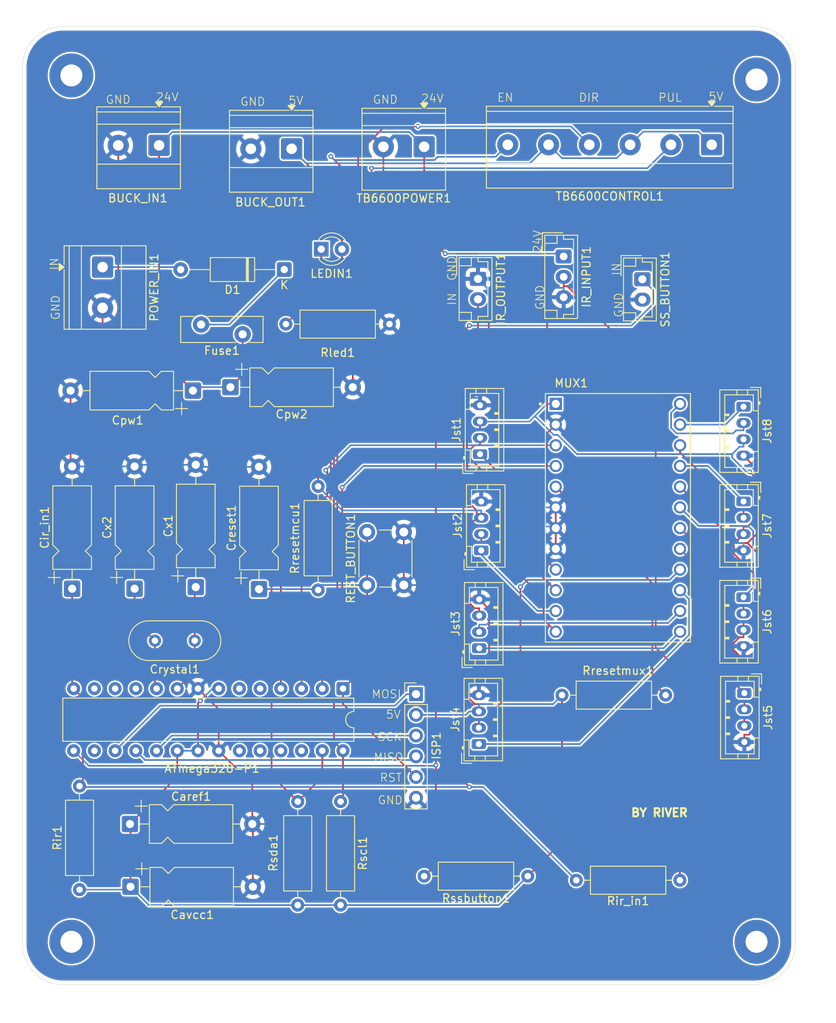
<source format=kicad_pcb>
(kicad_pcb (version 20241229) (generator "pcbnew") (generator_version "9.0")
  (layers (0 "F.Cu" signal) (2 "B.Cu" signal) (13 "F.Paste" user) (15 "B.Paste" user) (5 "F.SilkS" user "F.Silkscreen") (7 "B.SilkS" user "B.Silkscreen") (1 "F.Mask" user) (3 "B.Mask" user) (25 "Edge.Cuts" user))
  (net 0 "")
  (net 2 "GND")
  (net 4 "/24V")
  (net 5 "/5V")
  (net 6 "/IR_IN")
  (net 7 "/RST")
  (net 10 "/MOSI")
  (net 11 "/SCK")
  (net 12 "/MISO")
  (net 13 "/PUL")
  (net 14 "/DIR")
  (net 15 "/EN")
  (net 17 "/S{slash}S button")
  (net 18 "/SD1")
  (net 19 "/SC1")
  (net 20 "/SC2")
  (net 21 "/SD2")
  (net 22 "/SC3")
  (net 23 "/SD3")
  (net 24 "/SD4")
  (net 25 "/SC4")
  (net 26 "/SD5")
  (net 27 "/SC5")
  (net 28 "/SC6")
  (net 29 "/SD6")
  (net 30 "/SC7")
  (net 31 "/SD7")
  (net 32 "/SC0")
  (net 33 "/SD0")
  (net 34 "/SCL")
  (net 35 "/SDA")
  (net 38 "Net-(ATmega328-P1-XTAL1{slash}PB6)")
  (net 39 "Net-(ATmega328-P1-XTAL2{slash}PB7)")
  (net 43 "Net-(D1-K)")
  (net 44 "Net-(D1-A)")
  (net 45 "Net-(IR_INPUT1-Pin_2)")
  (net 46 "Net-(LEDIN1-K)")
  (net 47 "Net-(MUX1-RST)")
  (footprint "MountingHole:MountingHole_2.7mm_Pad" (layer "F.Cu") (at 114 150)
    (property "Reference" "H2" (hide yes))
    (property "Value" "MountingHole" (hide yes))
  )
  (footprint "MountingHole:MountingHole_2.7mm_Pad" (layer "F.Cu") (at 114 43.75)
    (property "Reference" "H4" (hide yes))
    (property "Value" "MountingHole" (hide yes))
  )
  (footprint "Capacitor_THT:CP_Axial_L10.0mm_D4.5mm_P15.00mm_Horizontal" (layer "F.Cu") (at 121.25 143.25)
    (property "Reference" "Cavcc1")
    (property "Value" "0.1uF" (hide yes))
  )
  (footprint "Capacitor_THT:CP_Axial_L10.0mm_D4.5mm_P15.00mm_Horizontal" (layer "F.Cu") (at 121.18 135.555)
    (property "Reference" "Caref1")
    (property "Value" "10nF" (hide yes))
  )
  (footprint "Resistor_THT:R_Axial_DIN0309_L9.0mm_D3.2mm_P12.70mm_Horizontal" (layer "F.Cu") (at 147 132.8 -90)
    (property "Reference" "Rscl1")
    (property "Value" "4.7KΩ" (hide yes))
  )
  (footprint "Resistor_THT:R_Axial_DIN0309_L9.0mm_D3.2mm_P12.70mm_Horizontal" (layer "F.Cu") (at 144.25 94.15 -90)
    (property "Reference" "Rresetmcu1")
    (property "Value" "10KΩ" (hide yes))
  )
  (footprint "Button_Switch_THT:SW_PUSH_6mm" (layer "F.Cu") (at 150.25 106.25 90)
    (property "Reference" "REST_BUTTON1")
    (property "Value" "RST_BTN" (hide yes))
  )
  (footprint "Fuse:Fuse_Bourns_MF-RG400" (layer "F.Cu") (at 129.9 74.3)
    (property "Reference" "Fuse1")
    (property "Value" "PTCFuse" (hide yes))
  )
  (footprint "Package_DIP:DIP-28_W7.62mm" (layer "F.Cu") (at 147.3 118.95 -90)
    (property "Reference" "ATmega328-P1")
    (property "Value" "ATmega328-P" (hide yes))
  )
  (footprint "MountingHole:MountingHole_2.7mm_Pad" (layer "F.Cu") (at 198 150)
    (property "Reference" "H1" (hide yes))
    (property "Value" "MountingHole" (hide yes))
  )
  (footprint "Connector_JST:JST_PH_B4B-PH-K_1x04_P2.00mm_Vertical" (layer "F.Cu") (at 196.5 119.5 -90)
    (property "Reference" "Jst5")
    (property "Value" "CH5")
  )
  (footprint "Capacitor_THT:CP_Axial_L10.0mm_D4.5mm_P15.00mm_Horizontal" (layer "F.Cu") (at 128.9 82.4075 180)
    (property "Reference" "Cpw1")
    (property "Value" "470uF" (hide yes))
  )
  (footprint "Diode_THT:D_A-405_P12.70mm_Horizontal" (layer "F.Cu") (at 140.1 67.5575 180)
    (property "Reference" "D1")
    (property "Value" "D1sch" (hide yes))
  )
  (footprint "TCA954A_Multiplexer:TCA954A_Multiplexer" (layer "F.Cu") (at 181 98)
    (property "Reference" "MUX1")
    (property "Value" "MUX")
  )
  (footprint "Capacitor_THT:CP_Axial_L10.0mm_D4.5mm_P15.00mm_Horizontal" (layer "F.Cu") (at 114.0925 106.7 90)
    (property "Reference" "Cir_in1")
    (property "Value" "10uF" (hide yes))
  )
  (footprint "Capacitor_THT:CP_Axial_L10.0mm_D4.5mm_P15.00mm_Horizontal" (layer "F.Cu") (at 137 106.75 90)
    (property "Reference" "Creset1")
    (property "Value" "0.1uF" (hide yes))
  )
  (footprint "Connector_JST:JST_PH_B4B-PH-K_1x04_P2.00mm_Vertical" (layer "F.Cu") (at 196.4 84.375 -90)
    (property "Reference" "Jst8")
    (property "Value" "CH8")
  )
  (footprint "TerminalBlock_Phoenix:TerminalBlock_Phoenix_MKDS-1,5-6_1x06_P5.00mm_Horizontal" (layer "F.Cu") (at 192.5 52.25 180)
    (property "Reference" "TB6600CONTROL1")
    (property "Value" "CONTROL" (hide yes))
  )
  (footprint "Resistor_THT:R_Axial_DIN0309_L9.0mm_D3.2mm_P12.70mm_Horizontal" (layer "F.Cu") (at 115 143.6 90)
    (property "Reference" "Rir1")
    (property "Value" "10KΩ" (hide yes))
  )
  (footprint "Connector_JST:JST_PH_B4B-PH-K_1x04_P2.00mm_Vertical" (layer "F.Cu") (at 196.4 107.75 -90)
    (property "Reference" "Jst6")
    (property "Value" "CH6")
  )
  (footprint "Crystal:Crystal_HC49-4H_Vertical" (layer "F.Cu") (at 129.12 113.07 180)
    (property "Reference" "Crystal1")
    (property "Value" "16MHz" (hide yes))
  )
  (footprint "Connector_JST:JST_PH_B4B-PH-K_1x04_P2.00mm_Vertical" (layer "F.Cu") (at 196.4 96 -90)
    (property "Reference" "Jst7")
    (property "Value" "CH7")
  )
  (footprint "Connector_JST:JST_EH_B2B-EH-A_1x02_P2.50mm_Vertical" (layer "F.Cu") (at 163.85 68.7 -90)
    (property "Reference" "IR_OUTPUT1")
    (property "Value" "IR_OUT" (hide yes))
  )
  (footprint "TerminalBlock_Phoenix:TerminalBlock_Phoenix_MKDS-1,5-2_1x02_P5.00mm_Horizontal" (layer "F.Cu") (at 141 52.75 180)
    (property "Reference" "BUCK_OUT1")
    (property "Value" "OUT5V" (hide yes))
  )
  (footprint "Connector_JST:JST_PH_B4B-PH-K_1x04_P2.00mm_Vertical" (layer "F.Cu") (at 164 114 90)
    (property "Reference" "Jst3")
    (property "Value" "CH3")
  )
  (footprint "Connector_JST:JST_EH_B3B-EH-A_1x03_P2.50mm_Vertical" (layer "F.Cu") (at 174.35 65.95 -90)
    (property "Reference" "IR_INPUT1")
    (property "Value" "IR_IN" (hide yes))
  )
  (footprint "TerminalBlock_Phoenix:TerminalBlock_Phoenix_MKDS-1,5-2_1x02_P5.00mm_Horizontal" (layer "F.Cu") (at 117.8275 67.2575 -90)
    (property "Reference" "POWER_IN1")
    (property "Value" "IN24V" (hide yes))
  )
  (footprint "Resistor_THT:R_Axial_DIN0309_L9.0mm_D3.2mm_P12.70mm_Horizontal" (layer "F.Cu") (at 169.95 141.95 180)
    (property "Reference" "Rssbutton1")
    (property "Value" "10KΩ" (hide yes))
  )
  (footprint "Connector_JST:JST_PH_B4B-PH-K_1x04_P2.00mm_Vertical" (layer "F.Cu") (at 164.1 90.2 90)
    (property "Reference" "Jst1")
    (property "Value" "CH1")
  )
  (footprint "Connector_JST:JST_EH_B2B-EH-A_1x02_P2.50mm_Vertical" (layer "F.Cu") (at 184 68.75 -90)
    (property "Reference" "SS_BUTTON1")
    (property "Value" "SS_B" (hide yes))
  )
  (footprint "TerminalBlock_Phoenix:TerminalBlock_Phoenix_MKDS-1,5-2_1x02_P5.00mm_Horizontal" (layer "F.Cu") (at 157.25 52.5 180)
    (property "Reference" "TB6600POWER1")
    (property "Value" "POWER24V" (hide yes))
  )
  (footprint "Resistor_THT:R_Axial_DIN0309_L9.0mm_D3.2mm_P12.70mm_Horizontal" (layer "F.Cu") (at 140.3 74.25)
    (property "Reference" "Rled1")
    (property "Value" "330Ω" (hide yes))
  )
  (footprint "Resistor_THT:R_Axial_DIN0309_L9.0mm_D3.2mm_P12.70mm_Horizontal" (layer "F.Cu") (at 174.15 119.75)
    (property "Reference" "Rresetmux1")
    (property "Value" "10KΩ" (hide yes))
  )
  (footprint "Resistor_THT:R_Axial_DIN0309_L9.0mm_D3.2mm_P12.70mm_Horizontal" (layer "F.Cu") (at 141.75 132.8 -90)
    (property "Reference" "Rsda1")
    (property "Value" "4.7KΩ" (hide yes))
  )
  (footprint "MountingHole:MountingHole_2.7mm_Pad" (layer "F.Cu") (at 198 44.25)
    (property "Reference" "H3" (hide yes))
    (property "Value" "MountingHole" (hide yes))
  )
  (footprint "Capacitor_THT:CP_Axial_L10.0mm_D4.5mm_P15.00mm_Horizontal" (layer "F.Cu") (at 129.25 106.5 90)
    (property "Reference" "Cx1")
    (property "Value" "22pF" (hide yes))
  )
  (footprint "Connector_JST:JST_PH_B4B-PH-K_1x04_P2.00mm_Vertical" (layer "F.Cu") (at 163.95 125.75 90)
    (property "Reference" "Jst4")
    (property "Value" "CH4")
  )
  (footprint "Connector_PinHeader_2.54mm:PinHeader_1x06_P2.54mm_Vertical" (layer "F.Cu") (at 156.25 119.63)
    (property "Reference" "ISP1")
    (property "Value" "ISP" (hide yes))
  )
  (footprint "Capacitor_THT:CP_Axial_L10.0mm_D4.5mm_P15.00mm_Horizontal" (layer "F.Cu") (at 133.5 81.9925)
    (property "Reference" "Cpw2")
    (property "Value" "0.1uF" (hide yes))
  )
  (footprint "Capacitor_THT:CP_Axial_L10.0mm_D4.5mm_P15.00mm_Horizontal" (layer "F.Cu") (at 121.75 106.7 90)
    (property "Reference" "Cx2")
    (property "Value" "22pF" (hide yes))
  )
  (footprint "TerminalBlock_Phoenix:TerminalBlock_Phoenix_MKDS-1,5-2_1x02_P5.00mm_Horizontal" (layer "F.Cu") (at 124.75 52.3275 180)
    (property "Reference" "BUCK_IN1")
    (property "Value" "IN24V")
  )
  (footprint "Resistor_THT:R_Axial_DIN0309_L9.0mm_D3.2mm_P12.70mm_Horizontal" (layer "F.Cu") (at 175.9 142.45)
    (property "Reference" "Rir_in1")
    (property "Value" "1KΩ" (hide yes))
  )
  (footprint "Connector_JST:JST_PH_B4B-PH-K_1x04_P2.00mm_Vertical" (layer "F.Cu") (at 164.25 102 90)
    (property "Reference" "Jst2")
    (property "Value" "CH2")
  )
  (footprint "LED_THT:LED_D3.0mm" (layer "F.Cu") (at 144.63 65.0575)
    (property "Reference" "LEDIN1")
    (property "Value" "LED" (hide yes))
  )
  (gr_arc (start 113 155.25) (mid 109.464466 153.785534) (end 108 150.25) (stroke (width 0.05)) (layer "Edge.Cuts"))
  (gr_arc (start 108 42.75) (mid 109.464466 39.214466) (end 113 37.75) (stroke (width 0.05)) (layer "Edge.Cuts"))
  (gr_line (start 108 150.25) (end 108 42.75) (stroke (width 0.05)) (layer "Edge.Cuts"))
  (gr_line (start 202.75 42.75) (end 202.75 150.25) (stroke (width 0.05)) (layer "Edge.Cuts"))
  (gr_arc (start 202.75 150.25) (mid 201.285534 153.785534) (end 197.75 155.25) (stroke (width 0.05)) (layer "Edge.Cuts"))
  (gr_arc (start 197.75 37.75) (mid 201.285534 39.214466) (end 202.75 42.75) (stroke (width 0.05)) (layer "Edge.Cuts"))
  (gr_line (start 113 37.75) (end 197.75 37.75) (stroke (width 0.05)) (layer "Edge.Cuts"))
  (gr_line (start 197.75 155.25) (end 113 155.25) (stroke (width 0.05)) (layer "Edge.Cuts"))
  (gr_text "GND" (at 118.15 47.3 0) (layer "F.SilkS") (effects (font (size 1 1) (thickness 0.1)) (justify left bottom)))
  (gr_text "PUL\n" (at 185.9 47.05 0) (layer "F.SilkS") (effects (font (size 1 1) (thickness 0.1)) (justify left bottom)))
  (gr_text "5V" (at 192.06 46.92 0) (layer "F.SilkS") (effects (font (size 1 1) (thickness 0.1)) (justify left bottom)))
  (gr_text "24V\n" (at 156.81 47.17 0) (layer "F.SilkS") (effects (font (size 1 1) (thickness 0.1)) (justify left bottom)))
  (gr_text "RST" (at 151.75 130.46 0) (layer "F.SilkS") (effects (font (size 1 1) (thickness 0.1)) (justify left bottom)))
  (gr_text "5V" (at 140.56 47.42 0) (layer "F.SilkS") (effects (font (size 1 1) (thickness 0.1)) (justify left bottom)))
  (gr_text "IN" (at 112.4975 67.6975 90) (layer "F.SilkS") (effects (font (size 1 1) (thickness 0.1)) (justify left bottom)))
  (gr_text "GND" (at 150.9 47.3 0) (layer "F.SilkS") (effects (font (size 1 1) (thickness 0.1)) (justify left bottom)))
  (gr_text "IN" (at 161.25 72 90) (layer "F.SilkS") (effects (font (size 1 1) (thickness 0.1)) (justify left bottom)))
  (gr_text "EN" (at 166.15 47.05 0) (layer "F.SilkS") (effects (font (size 1 1) (thickness 0.1)) (justify left bottom)))
  (gr_text "GND" (at 161.24 69 90) (layer "F.SilkS") (effects (font (size 1 1) (thickness 0.1)) (justify left bottom)))
  (gr_text "24V" (at 124.31 46.9975 0) (layer "F.SilkS") (effects (font (size 1 1) (thickness 0.1)) (justify left bottom)))
  (gr_text "GND" (at 181.69 73.5 90) (layer "F.SilkS") (effects (font (size 1 1) (thickness 0.1)) (justify left bottom)))
  (gr_text "MISO" (at 151 127.96 0) (layer "F.SilkS") (effects (font (size 1 1) (thickness 0.1)) (justify left bottom)))
  (gr_text "GND" (at 134.65 47.55 0) (layer "F.SilkS") (effects (font (size 1 1) (thickness 0.1)) (justify left bottom)))
  (gr_text "GND" (at 151.5 133.21 0) (layer "F.SilkS") (effects (font (size 1 1) (thickness 0.1)) (justify left bottom)))
  (gr_text "GND\n" (at 112.65 73.8075 90) (layer "F.SilkS") (effects (font (size 1 1) (thickness 0.1)) (justify left bottom)))
  (gr_text "SCK" (at 151.5 125.46 0) (layer "F.SilkS") (effects (font (size 1 1) (thickness 0.1)) (justify left bottom)))
  (gr_text "DIR" (at 176.15 47.05 0) (layer "F.SilkS") (effects (font (size 1 1) (thickness 0.1)) (justify left bottom)))
  (gr_text "BY RIVER" (at 182.5 134.75 0) (layer "F.SilkS") (effects (font (size 1 1) (thickness 0.25) (bold yes)) (justify left bottom)))
  (gr_text "24V" (at 171.74 65.54 90) (layer "F.SilkS") (effects (font (size 1 1) (thickness 0.1)) (justify left bottom)))
  (gr_text "IN\n" (at 181.39 68.34 90) (layer "F.SilkS") (effects (font (size 1 1) (thickness 0.1)) (justify left bottom)))
  (gr_text "GND\n" (at 172.04 72.56 90) (layer "F.SilkS") (effects (font (size 1 1) (thickness 0.1)) (justify left bottom)))
  (gr_text "MOSI" (at 150.75 120.21 0) (layer "F.SilkS") (effects (font (size 1 1) (thickness 0.1)) (justify left bottom)))
  (gr_text "5V" (at 152.5 122.71 0) (layer "F.SilkS") (effects (font (size 1 1) (thickness 0.1)) (justify left bottom)))
  (segment (start 173.38 96.73) (end 172.2871 95.6371) (width 0.2) (layer "F.Cu") (net 2))
  (segment (start 113.9 82.4075) (end 113.9 91.5075) (width 0.2) (layer "F.Cu") (net 2))
  (segment (start 196.4 102) (end 196.4 101.0983) (width 0.2) (layer "F.Cu") (net 2))
  (segment (start 119.75 70.335) (end 119.75 52.3275) (width 0.2) (layer "F.Cu") (net 2))
  (segment (start 196.4 101.0983) (end 196.8865 101.0983) (width 0.2) (layer "F.Cu") (net 2))
  (segment (start 174.35 70.95) (end 174.35 72.1017) (width 0.2) (layer "F.Cu") (net 2))
  (segment (start 153 74.25) (end 148.5 78.75) (width 0.2) (layer "F.Cu") (net 2))
  (segment (start 165.2088 109.2088) (end 164 108) (width 0.2) (layer "F.Cu") (net 2))
  (segment (start 172.3243 85.5143) (end 173.38 86.57) (width 0.2) (layer "F.Cu") (net 2))
  (segment (start 196.4 113.75) (end 196.4 114.6517) (width 0.2) (layer "F.Cu") (net 2))
  (segment (start 198.0577 92.0327) (end 196.4 90.375) (width 0.2) (layer "F.Cu") (net 2))
  (segment (start 154.75 106.25) (end 154.75 99.75) (width 0.2) (layer "F.Cu") (net 2))
  (segment (start 196.5 124.5983) (end 197.0636 124.5983) (width 0.2) (layer "F.Cu") (net 2))
  (segment (start 148.5 78.75) (end 148.5 81.9925) (width 0.2) (layer "F.Cu") (net 2))
  (segment (start 130.56 92.81) (end 129.25 91.5) (width 0.2) (layer "F.Cu") (net 2))
  (segment (start 174.35 72.1017) (end 172.3243 74.1274) (width 0.2) (layer "F.Cu") (net 2))
  (segment (start 198.0811 102.2929) (end 198.0811 112.9706) (width 0.2) (layer "F.Cu") (net 2))
  (segment (start 113.9 91.5075) (end 114.0925 91.7) (width 0.2) (layer "F.Cu") (net 2))
  (segment (start 132.06 126.57) (end 132.06 121.49) (width 0.2) (layer "F.Cu") (net 2))
  (segment (start 163.95 118.8483) (end 165.2088 117.5895) (width 0.2) (layer "F.Cu") (net 2))
  (segment (start 130.56 117.91) (end 130.56 92.81) (width 0.2) (layer "F.Cu") (net 2))
  (segment (start 197.0636 124.5983) (end 198.5007 123.1612) (width 0.2) (layer "F.Cu") (net 2))
  (segment (start 136.18 130.69) (end 132.06 126.57) (width 0.2) (layer "F.Cu") (net 2))
  (segment (start 198.5007 123.1612) (end 198.5007 116.7524) (width 0.2) (layer "F.Cu") (net 2))
  (segment (start 198.0577 99.9271) (end 198.0577 92.0327) (width 0.2) (layer "F.Cu") (net 2))
  (segment (start 132.06 121.49) (end 129.52 118.95) (width 0.2) (layer "F.Cu") (net 2))
  (segment (start 196.8865 101.0983) (end 198.0577 99.9271) (width 0.2) (layer "F.Cu") (net 2))
  (segment (start 164.1 84.2) (end 164.1 83.2983) (width 0.2) (layer "F.Cu") (net 2))
  (segment (start 172.2871 87.6629) (end 173.38 86.57) (width 0.2) (layer "F.Cu") (net 2))
  (segment (start 198.5007 116.7524) (end 196.4 114.6517) (width 0.2) (layer "F.Cu") (net 2))
  (segment (start 152.25 52.5) (end 152.25 73.5) (width 0.2) (layer "F.Cu") (net 2))
  (segment (start 136.25 135.625) (end 136.25 143.25) (width 0.2) (layer "F.Cu") (net 2))
  (segment (start 165.1751 70.0251) (end 163.85 68.7) (width 0.2) (layer "F.Cu") (net 2))
  (segment (start 165.2088 117.5895) (end 165.2088 109.2088) (width 0.2) (layer "F.Cu") (net 2))
  (segment (start 117.8275 72.2575) (end 119.75 70.335) (width 0.2) (layer "F.Cu") (net 2))
  (segment (start 172.2871 95.6371) (end 172.2871 87.6629) (width 0.2) (layer "F.Cu") (net 2))
  (segment (start 196.5 125.5) (end 196.5 124.5983) (width 0.2) (layer "F.Cu") (net 2))
  (segment (start 165.1751 82.2232) (end 165.1751 70.0251) (width 0.2) (layer "F.Cu") (net 2))
  (segment (start 136.18 135.555) (end 136.25 135.625) (width 0.2) (layer "F.Cu") (net 2))
  (segment (start 164.1 83.2983) (end 165.1751 82.2232) (width 0.2) (layer "F.Cu") (net 2))
  (segment (start 129.52 118.95) (end 130.56 117.91) (width 0.2) (layer "F.Cu") (net 2))
  (segment (start 196.8865 101.0983) (end 198.0811 102.2929) (width 0.2) (layer "F.Cu") (net 2))
  (segment (start 152.25 73.5) (end 153 74.25) (width 0.2) (layer "F.Cu") (net 2))
  (segment (start 117.8275 72.2575) (end 117.8275 78.48) (width 0.2) (layer "F.Cu") (net 2))
  (segment (start 163.95 119.75) (end 163.95 118.8483) (width 0.2) (layer "F.Cu") (net 2))
  (segment (start 173.38 101.81) (end 173.38 99.27) (width 0.2) (layer "F.Cu") (net 2))
  (segment (start 117.8275 78.48) (end 113.9 82.4075) (width 0.2) (layer "F.Cu") (net 2))
  (segment (start 173.38 96.73) (end 173.38 99.27) (width 0.2) (layer "F.Cu") (net 2))
  (segment (start 198.0811 112.9706) (end 196.4 114.6517) (width 0.2) (layer "F.Cu") (net 2))
  (segment (start 172.3243 74.1274) (end 172.3243 85.5143) (width 0.2) (layer "F.Cu") (net 2))
  (segment (start 136.18 135.555) (end 136.18 130.69) (width 0.2) (layer "F.Cu") (net 2))
  (segment (start 174.35 70.95) (end 174.35 69.7983) (width 0.2) (layer "B.Cu") (net 2))
  (segment (start 150.8726 51.1226) (end 152.25 52.5) (width 0.2) (layer "B.Cu") (net 2))
  (segment (start 154.75 106.25) (end 163.1517 106.25) (width 0.2) (layer "B.Cu") (net 2))
  (segment (start 164.1 83.2983) (end 149.8058 83.2983) (width 0.2) (layer "B.Cu") (net 2))
  (segment (start 175.9267 71.25) (end 175.6267 70.95) (width 0.2) (layer "B.Cu") (net 2))
  (segment (start 121.95 91.5) (end 121.75 91.7) (width 0.2) (layer "B.Cu") (net 2))
  (segment (start 134.777 53.973) (end 121.3955 53.973) (width 0.2) (layer "B.Cu") (net 2))
  (segment (start 153.025 135.555) (end 136.18 135.555) (width 0.2) (layer "B.Cu") (net 2))
  (segment (start 184 71.25) (end 175.9267 71.25) (width 0.2) (layer "B.Cu") (net 2))
  (segment (start 136 52.75) (end 137.6274 51.1226) (width 0.2) (layer "B.Cu") (net 2))
  (segment (start 137 91.75) (end 129.5 91.75) (width 0.2) (layer "B.Cu") (net 2))
  (segment (start 163.1517 106.25) (end 164 107.0983) (width 0.2) (layer "B.Cu") (net 2))
  (segment (start 164.25 96) (end 165.4267 96) (width 0.2) (layer "B.Cu") (net 2))
  (segment (start 155.4325 99.0675) (end 154.75 99.75) (width 0.2) (layer "B.Cu") (net 2))
  (segment (start 163.85 68.7) (end 164.9483 69.7983) (width 0.2) (layer "B.Cu") (net 2))
  (segment (start 129.25 91.5) (end 121.95 91.5) (width 0.2) (layer "B.Cu") (net 2))
  (segment (start 196.4 101.0983) (end 195.4983 101.0983) (width 0.2) (layer "B.Cu") (net 2))
  (segment (start 195.4983 101.0983) (end 195.0987 100.6987) (width 0.2) (layer "B.Cu") (net 2))
  (segment (start 164 108) (end 164 107.0983) (width 0.2) (layer "B.Cu") (net 2))
  (segment (start 121.3955 53.973) (end 119.75 52.3275) (width 0.2) (layer "B.Cu") (net 2))
  (segment (start 121.75 91.7) (end 114.0925 91.7) (width 0.2) (layer "B.Cu") (net 2))
  (segment (start 195.0987 100.6987) (end 174.4913 100.6987) (width 0.2) (layer "B.Cu") (net 2))
  (segment (start 166.1567 96.73) (end 173.38 96.73) (width 0.2) (layer "B.Cu") (net 2))
  (segment (start 137.6274 51.1226) (end 150.8726 51.1226) (width 0.2) (layer "B.Cu") (net 2))
  (segment (start 196.4 102) (end 196.4 101.0983) (width 0.2) (layer "B.Cu") (net 2))
  (segment (start 156.25 132.33) (end 153.025 135.555) (width 0.2) (layer "B.Cu") (net 2))
  (segment (start 173.1775 99.0675) (end 155.4325 99.0675) (width 0.2) (layer "B.Cu") (net 2))
  (segment (start 173.38 99.27) (end 173.1775 99.0675) (width 0.2) (layer "B.Cu") (net 2))
  (segment (start 149.8058 83.2983) (end 148.5 81.9925) (width 0.2) (layer "B.Cu") (net 2))
  (segment (start 174.35 70.95) (end 175.6267 70.95) (width 0.2) (layer "B.Cu") (net 2))
  (segment (start 164.9483 69.7983) (end 174.35 69.7983) (width 0.2) (layer "B.Cu") (net 2))
  (segment (start 164.1 84.2) (end 164.1 83.2983) (width 0.2) (layer "B.Cu") (net 2))
  (segment (start 174.4913 100.6987) (end 173.38 101.81) (width 0.2) (layer "B.Cu") (net 2))
  (segment (start 129.5 91.75) (end 129.25 91.5) (width 0.2) (layer "B.Cu") (net 2))
  (segment (start 136 52.75) (end 134.777 53.973) (width 0.2) (layer "B.Cu") (net 2))
  (segment (start 165.4267 96) (end 166.1567 96.73) (width 0.2) (layer "B.Cu") (net 2))
  (segment (start 124.75 78.2575) (end 128.9 82.4075) (width 0.2) (layer "F.Cu") (net 4))
  (segment (start 135 80.4925) (end 133.5 81.9925) (width 0.2) (layer "F.Cu") (net 4))
  (segment (start 159.826 65.6037) (end 157.25 63.0277) (width 0.2) (layer "F.Cu") (net 4))
  (segment (start 124.75 52.3275) (end 124.75 78.2575) (width 0.2) (layer "F.Cu") (net 4))
  (segment (start 157.25 63.0277) (end 157.25 52.5) (width 0.2) (layer "F.Cu") (net 4))
  (segment (start 135 75.5) (end 135 80.4925) (width 0.2) (layer "F.Cu") (net 4))
  (via (at 159.826 65.6037) (size 0.6) (drill 0.3) (layers "F.Cu" "B.Cu") (net 4))
  (segment (start 174.0037 65.6037) (end 159.826 65.6037) (width 0.2) (layer "B.Cu") (net 4))
  (segment (start 129.315 81.9925) (end 128.9 82.4075) (width 0.2) (layer "B.Cu") (net 4))
  (segment (start 126.3877 50.6898) (end 124.75 52.3275) (width 0.2) (layer "B.Cu") (net 4))
  (segment (start 174.35 65.95) (end 174.0037 65.6037) (width 0.2) (layer "B.Cu") (net 4))
  (segment (start 157.25 52.5) (end 155.4398 50.6898) (width 0.2) (layer "B.Cu") (net 4))
  (segment (start 155.4398 50.6898) (end 126.3877 50.6898) (width 0.2) (layer "B.Cu") (net 4))
  (segment (start 133.5 81.9925) (end 129.315 81.9925) (width 0.2) (layer "B.Cu") (net 4))
  (segment (start 163.4635 120.8483) (end 163.95 120.8483) (width 0.2) (layer "F.Cu") (net 5))
  (segment (start 163.95 121.75) (end 163.95 120.8483) (width 0.2) (layer "F.Cu") (net 5))
  (segment (start 147.17 75.6314) (end 144.25 78.5514) (width 0.2) (layer "F.Cu") (net 5))
  (segment (start 196.5 122.5983) (end 197.0636 122.5983) (width 0.2) (layer "F.Cu") (net 5))
  (segment (start 197.606 98.3788) (end 196.8865 99.0983) (width 0.2) (layer "F.Cu") (net 5))
  (segment (start 195.1722 113.393) (end 195.9135 112.6517) (width 0.2) (layer "F.Cu") (net 5))
  (segment (start 163.6135 87.1017) (end 164.1 87.1017) (width 0.2) (layer "F.Cu") (net 5))
  (segment (start 164 109.0983) (end 163.4364 109.0983) (width 0.2) (layer "F.Cu") (net 5))
  (segment (start 121.18 135.555) (end 126.98 129.755) (width 0.2) (layer "F.Cu") (net 5))
  (segment (start 197.156 92.3634) (end 197.4091 92.6165) (width 0.2) (layer "F.Cu") (net 5))
  (segment (start 198.099 117.124) (end 195.1722 114.1972) (width 0.2) (layer "F.Cu") (net 5))
  (segment (start 196.5 123.5) (end 196.5 122.5983) (width 0.2) (layer "F.Cu") (net 5))
  (segment (start 197.0636 122.5983) (end 198.099 121.5629) (width 0.2) (layer "F.Cu") (net 5))
  (segment (start 129.8101 120.4411) (end 129.52 120.7312) (width 0.2) (layer "F.Cu") (net 5))
  (segment (start 129.52 120.7312) (end 129.52 126.57) (width 0.2) (layer "F.Cu") (net 5))
  (segment (start 197.4091 92.6165) (end 197.156 92.3634) (width 0.2) (layer "F.Cu") (net 5))
  (segment (start 164.1 86.2) (end 164.1 87.1017) (width 0.2) (layer "F.Cu") (net 5))
  (segment (start 147.17 65.0575) (end 147.17 75.6314) (width 0.2) (layer "F.Cu") (net 5))
  (segment (start 162.5034 88.2118) (end 163.6135 87.1017) (width 0.2) (layer "F.Cu") (net 5))
  (segment (start 162.7592 109.7755) (end 162.7592 120.144) (width 0.2) (layer "F.Cu") (net 5))
  (segment (start 195.2135 102.3979) (end 195.2135 101.1865) (width 0.2) (layer "F.Cu") (net 5))
  (segment (start 163.6864 98.0501) (end 163.6864 97.0983) (width 0.2) (layer "F.Cu") (net 5))
  (segment (start 196.4 110.8483) (end 196.9636 110.8483) (width 0.2) (layer "F.Cu") (net 5))
  (segment (start 196.4 111.75) (end 196.4 110.8483) (width 0.2) (layer "F.Cu") (net 5))
  (segment (start 197.6354 110.1765) (end 197.6354 104.8198) (width 0.2) (layer "F.Cu") (net 5))
  (segment (start 162.8217 108.4836) (end 162.8217 98.9148) (width 0.2) (layer "F.Cu") (net 5))
  (segment (start 164 110) (end 164 109.0983) (width 0.2) (layer "F.Cu") (net 5))
  (segment (start 163.4364 109.0983) (end 162.7592 109.7755) (width 0.2) (layer "F.Cu") (net 5))
  (segment (start 196.8865 99.0983) (end 196.4 99.0983) (width 0.2) (layer "F.Cu") (net 5))
  (segment (start 141 52.75) (end 147.17 58.92) (width 0.2) (layer "F.Cu") (net 5))
  (segment (start 195.2135 101.1865) (end 196.4 100) (width 0.2) (layer "F.Cu") (net 5))
  (segment (start 126.98 129.755) (end 126.98 126.57) (width 0.2) (layer "F.Cu") (net 5))
  (segment (start 121.18 135.555) (end 121.25 135.625) (width 0.2) (layer "F.Cu") (net 5))
  (segment (start 195.9135 112.6517) (end 196.4 112.6517) (width 0.2) (layer "F.Cu") (net 5))
  (segment (start 144.25 78.5514) (end 144.25 94.15) (width 0.2) (layer "F.Cu") (net 5))
  (segment (start 197.156 92.3634) (end 197.606 92.8134) (width 0.2) (layer "F.Cu") (net 5))
  (segment (start 197.606 92.8134) (end 197.606 98.3788) (width 0.2) (layer "F.Cu") (net 5))
  (segment (start 162.8217 98.9148) (end 163.6864 98.0501) (width 0.2) (layer "F.Cu") (net 5))
  (segment (start 195.1722 114.1972) (end 195.1722 113.393) (width 0.2) (layer "F.Cu") (net 5))
  (segment (start 163.6864 97.0983) (end 162.5034 95.9153) (width 0.2) (layer "F.Cu") (net 5))
  (segment (start 162.5034 95.9153) (end 162.5034 88.2118) (width 0.2) (layer "F.Cu") (net 5))
  (segment (start 174.15 119.75) (end 174.15 137.75) (width 0.2) (layer "F.Cu") (net 5))
  (segment (start 197.6354 104.8198) (end 195.2135 102.3979) (width 0.2) (layer "F.Cu") (net 5))
  (segment (start 196.9636 110.8483) (end 197.6354 110.1765) (width 0.2) (layer "F.Cu") (net 5))
  (segment (start 196.4 111.75) (end 196.4 112.6517) (width 0.2) (layer "F.Cu") (net 5))
  (segment (start 198.099 121.5629) (end 198.099 117.124) (width 0.2) (layer "F.Cu") (net 5))
  (segment (start 147.17 58.92) (end 147.17 65.0575) (width 0.2) (layer "F.Cu") (net 5))
  (segment (start 121.25 135.625) (end 121.25 143.25) (width 0.2) (layer "F.Cu") (net 5))
  (segment (start 196.4 100) (end 196.4 99.0983) (width 0.2) (layer "F.Cu") (net 5))
  (segment (start 164.25 98) (end 164.25 97.0983) (width 0.2) (layer "F.Cu") (net 5))
  (segment (start 164.25 97.0983) (end 163.6864 97.0983) (width 0.2) (layer "F.Cu") (net 5))
  (segment (start 163.4364 109.0983) (end 162.8217 108.4836) (width 0.2) (layer "F.Cu") (net 5))
  (segment (start 162.7592 120.144) (end 163.4635 120.8483) (width 0.2) (layer "F.Cu") (net 5))
  (segment (start 174.15 137.75) (end 169.95 141.95) (width 0.2) (layer "F.Cu") (net 5))
  (via (at 197.156 92.3634) (size 0.6) (drill 0.3) (layers "F.Cu" "B.Cu") (net 5))
  (via (at 129.8101 120.4411) (size 0.6) (drill 0.3) (layers "F.Cu" "B.Cu") (net 5))
  (segment (start 195.004 90.192) (end 175.9818 90.192) (width 0.2) (layer "B.Cu") (net 5))
  (segment (start 142.7791 54.5291) (end 170.2209 54.5291) (width 0.2) (layer "B.Cu") (net 5))
  (segment (start 170.8276 85.5267) (end 170.1543 86.2) (width 0.2) (layer "B.Cu") (net 5))
  (segment (start 170.2209 54.5291) (end 172.5 52.25) (width 0.2) (layer "B.Cu") (net 5))
  (segment (start 174.15 119.75) (end 173.0517 120.8483) (width 0.2) (layer "B.Cu") (net 5))
  (segment (start 115 143.6) (end 120.9 143.6) (width 0.2) (layer "B.Cu") (net 5))
  (segment (start 156.25 122.17) (end 162.3533 122.17) (width 0.2) (layer "B.Cu") (net 5))
  (segment (start 147.1983 97.0983) (end 164.25 97.0983) (width 0.2) (layer "B.Cu") (net 5))
  (segment (start 132.06 118.95) (end 131.3012 118.95) (width 0.2) (layer "B.Cu") (net 5))
  (segment (start 170.1543 86.2) (end 164.1 86.2) (width 0.2) (layer "B.Cu") (net 5))
  (segment (start 163.95 121.75) (end 163.95 120.8483) (width 0.2) (layer "B.Cu") (net 5))
  (segment (start 123.5 145.5) (end 121.25 143.25) (width 0.2) (layer "B.Cu") (net 5))
  (segment (start 197.156 92.3634) (end 197.4091 92.6165) (width 0.2) (layer "B.Cu") (net 5))
  (segment (start 131.3012 118.95) (end 129.8101 120.4411) (width 0.2) (layer "B.Cu") (net 5))
  (segment (start 141.75 145.5) (end 123.5 145.5) (width 0.2) (layer "B.Cu") (net 5))
  (segment (start 197.4091 92.6165) (end 197.156 92.3634) (width 0.2) (layer "B.Cu") (net 5))
  (segment (start 182.5 52.25) (end 184.1097 50.6403) (width 0.2) (layer "B.Cu") (net 5))
  (segment (start 169.95 141.95) (end 166.4 145.5) (width 0.2) (layer "B.Cu") (net 5))
  (segment (start 162.3533 122.17) (end 162.7733 121.75) (width 0.2) (layer "B.Cu") (net 5))
  (segment (start 144.25 94.15) (end 147.1983 97.0983) (width 0.2) (layer "B.Cu") (net 5))
  (segment (start 172.3243 84.03) (end 170.8276 85.5267) (width 0.2) (layer "B.Cu") (net 5))
  (segment (start 173.38 84.03) (end 172.3243 84.03) (width 0.2) (layer "B.Cu") (net 5))
  (segment (start 196.4 89.2767) (end 195.9193 89.2767) (width 0.2) (layer "B.Cu") (net 5))
  (segment (start 166.4 145.5) (end 147 145.5) (width 0.2) (layer "B.Cu") (net 5))
  (segment (start 195.004 90.192) (end 195.004 90.6103) (width 0.2) (layer "B.Cu") (net 5))
  (segment (start 173.6298 87.84) (end 173.1408 87.84) (width 0.2) (layer "B.Cu") (net 5))
  (segment (start 141 52.75) (end 142.7791 54.5291) (width 0.2) (layer "B.Cu") (net 5))
  (segment (start 195.9193 89.2767) (end 195.004 90.192) (width 0.2) (layer "B.Cu") (net 5))
  (segment (start 120.9 143.6) (end 121.25 143.25) (width 0.2) (layer "B.Cu") (net 5))
  (segment (start 174.1469 53.8969) (end 172.5 52.25) (width 0.2) (layer "B.Cu") (net 5))
  (segment (start 126.98 126.57) (end 129.52 126.57) (width 0.2) (layer "B.Cu") (net 5))
  (segment (start 195.004 90.6103) (end 196.7571 92.3634) (width 0.2) (layer "B.Cu") (net 5))
  (segment (start 184.1097 50.6403) (end 190.8903 50.6403) (width 0.2) (layer "B.Cu") (net 5))
  (segment (start 164.25 98) (end 164.25 97.0983) (width 0.2) (layer "B.Cu") (net 5))
  (segment (start 175.9818 90.192) (end 173.6298 87.84) (width 0.2) (layer "B.Cu") (net 5))
  (segment (start 173.1408 87.84) (end 170.8276 85.5267) (width 0.2) (layer "B.Cu") (net 5))
  (segment (start 180.8531 53.8969) (end 174.1469 53.8969) (width 0.2) (layer "B.Cu") (net 5))
  (segment (start 196.4 88.375) (end 196.4 89.2767) (width 0.2) (layer "B.Cu") (net 5))
  (segment (start 196.7571 92.3634) (end 197.156 92.3634) (width 0.2) (layer "B.Cu") (net 5))
  (segment (start 173.0517 120.8483) (end 163.95 120.8483) (width 0.2) (layer "B.Cu") (net 5))
  (segment (start 190.8903 50.6403) (end 192.5 52.25) (width 0.2) (layer "B.Cu") (net 5))
  (segment (start 163.95 121.75) (end 162.7733 121.75) (width 0.2) (layer "B.Cu") (net 5))
  (segment (start 182.5 52.25) (end 180.8531 53.8969) (width 0.2) (layer "B.Cu") (net 5))
  (segment (start 147 145.5) (end 141.75 145.5) (width 0.2) (layer "B.Cu") (net 5))
  (segment (start 115 130.9) (end 115.4125 130.4875) (width 0.2) (layer "F.Cu") (net 6))
  (segment (start 163.85 76.462) (end 162.0813 78.2307) (width 0.2) (layer "F.Cu") (net 6))
  (segment (start 114.0925 106.7) (end 114.0925 118.7625) (width 0.2) (layer "F.Cu") (net 6))
  (segment (start 162.0813 78.2307) (end 162.0813 130.3097) (width 0.2) (layer "F.Cu") (net 6))
  (segment (start 114.0925 118.7625) (end 114.28 118.95) (width 0.2) (layer "F.Cu") (net 6))
  (segment (start 115.4125 130.4875) (end 115.4125 120.0825) (width 0.2) (layer "F.Cu") (net 6))
  (segment (start 162.0813 130.3097) (end 162.7932 131.0216) (width 0.2) (layer "F.Cu") (net 6))
  (segment (start 163.85 71.2) (end 163.85 76.462) (width 0.2) (layer "F.Cu") (net 6))
  (segment (start 115.4125 120.0825) (end 114.28 118.95) (width 0.2) (layer "F.Cu") (net 6))
  (via (at 162.7932 131.0216) (size 0.6) (drill 0.3) (layers "F.Cu" "B.Cu") (net 6))
  (segment (start 162.7932 131.0216) (end 115.1216 131.0216) (width 0.2) (layer "B.Cu") (net 6))
  (segment (start 164.4716 131.0216) (end 162.7932 131.0216) (width 0.2) (layer "B.Cu") (net 6))
  (segment (start 175.9 142.45) (end 164.4716 131.0216) (width 0.2) (layer "B.Cu") (net 6))
  (segment (start 115.1216 131.0216) (end 115 130.9) (width 0.2) (layer "B.Cu") (net 6))
  (segment (start 150.25 106.25) (end 150.25 116) (width 0.2) (layer "F.Cu") (net 7))
  (segment (start 147.3 120.84) (end 147.3 118.95) (width 0.2) (layer "F.Cu") (net 7))
  (segment (start 150.25 116) (end 147.3 118.95) (width 0.2) (layer "F.Cu") (net 7))
  (segment (start 150.25 99.75) (end 150.25 106.25) (width 0.2) (layer "F.Cu") (net 7))
  (segment (start 156.25 129.79) (end 147.3 120.84) (width 0.2) (layer "F.Cu") (net 7))
  (segment (start 144.75 106.25) (end 144.25 106.75) (width 0.2) (layer "B.Cu") (net 7))
  (segment (start 144.25 106.75) (end 144.25 106.85) (width 0.2) (layer "B.Cu") (net 7))
  (segment (start 144.25 106.75) (end 137 106.75) (width 0.2) (layer "B.Cu") (net 7))
  (segment (start 150.25 106.25) (end 144.75 106.25) (width 0.2) (layer "B.Cu") (net 7))
  (segment (start 119.36 126.57) (end 124.8872 121.0428) (width 0.2) (layer "B.Cu") (net 10))
  (segment (start 124.8872 121.0428) (end 153.6855 121.0428) (width 0.2) (layer "B.Cu") (net 10))
  (segment (start 153.6855 121.0428) (end 155.0983 119.63) (width 0.2) (layer "B.Cu") (net 10))
  (segment (start 156.25 119.63) (end 155.0983 119.63) (width 0.2) (layer "B.Cu") (net 10))
  (segment (start 124.44 126.57) (end 126.3 124.71) (width 0.2) (layer "B.Cu") (net 11))
  (segment (start 126.3 124.71) (end 156.25 124.71) (width 0.2) (layer "B.Cu") (net 11))
  (segment (start 155.7927 127.7073) (end 123.0373 127.7073) (width 0.2) (layer "B.Cu") (net 12))
  (segment (start 123.0373 127.7073) (end 121.9 126.57) (width 0.2) (layer "B.Cu") (net 12))
  (segment (start 156.25 127.25) (end 155.7927 127.7073) (width 0.2) (layer "B.Cu") (net 12))
  (segment (start 150.8009 73.785) (end 150.8009 55.1309) (width 0.2) (layer "F.Cu") (net 13))
  (segment (start 144.76 109.0543) (end 146.5983 107.216) (width 0.2) (layer "F.Cu") (net 13))
  (segment (start 146.5983 107.216) (end 146.5983 77.9876) (width 0.2) (layer "F.Cu") (net 13))
  (segment (start 146.5983 77.9876) (end 150.8009 73.785) (width 0.2) (layer "F.Cu") (net 13))
  (segment (start 144.76 118.95) (end 144.76 109.0543) (width 0.2) (layer "F.Cu") (net 13))
  (segment (start 150.8009 55.1309) (end 150.801 55.1309) (width 0.2) (layer "F.Cu") (net 13))
  (via (at 150.801 55.1309) (size 0.6) (drill 0.3) (layers "F.Cu" "B.Cu") (net 13))
  (segment (start 184.6191 55.1309) (end 150.801 55.1309) (width 0.2) (layer "B.Cu") (net 13))
  (segment (start 187.5 52.25) (end 184.6191 55.1309) (width 0.2) (layer "B.Cu") (net 13))
  (segment (start 149.162 74.8558) (end 146.1966 77.8212) (width 0.2) (layer "F.Cu") (net 14))
  (segment (start 146.1966 97.5345) (end 142.22 101.5111) (width 0.2) (layer "F.Cu") (net 14))
  (segment (start 146.1966 77.8212) (end 146.1966 97.5345) (width 0.2) (layer "F.Cu") (net 14))
  (segment (start 156.4951 50) (end 152.4248 50) (width 0.2) (layer "F.Cu") (net 14))
  (segment (start 149.162 53.2628) (end 149.162 74.8558) (width 0.2) (layer "F.Cu") (net 14))
  (segment (start 156.5 50.0049) (end 156.4951 50) (width 0.2) (layer "F.Cu") (net 14))
  (segment (start 152.4248 50) (end 149.162 53.2628) (width 0.2) (layer "F.Cu") (net 14))
  (segment (start 142.22 101.5111) (end 142.22 118.95) (width 0.2) (layer "F.Cu") (net 14))
  (via (at 156.5 50.0049) (size 0.6) (drill 0.3) (layers "F.Cu" "B.Cu") (net 14))
  (segment (start 156.5 50.0049) (end 175.2549 50.0049) (width 0.2) (layer "B.Cu") (net 14))
  (segment (start 175.2549 50.0049) (end 177.5 52.25) (width 0.2) (layer "B.Cu") (net 14))
  (segment (start 148.4545 74.9951) (end 145.7949 77.6547) (width 0.2) (layer "F.Cu") (net 15))
  (segment (start 145.7949 77.6547) (end 145.7949 95.7774) (width 0.2) (layer "F.Cu") (net 15))
  (segment (start 145.7949 95.7774) (end 139.68 101.8923) (width 0.2) (layer "F.Cu") (net 15))
  (segment (start 139.68 101.8923) (end 139.68 118.95) (width 0.2) (layer "F.Cu") (net 15))
  (segment (start 145.81245 53.68755) (end 148.4545 56.3296) (width 0.2) (layer "F.Cu") (net 15))
  (segment (start 148.4545 56.3296) (end 148.4545 74.9951) (width 0.2) (layer "F.Cu") (net 15))
  (via (at 145.81245 53.68755) (size 0.6) (drill 0.3) (layers "F.Cu" "B.Cu") (net 15))
  (segment (start 158.851 53.78516) (end 158.851 53.7806) (width 0.2) (layer "B.Cu") (net 15))
  (segment (start 158.5306 54.101) (end 158.53516 54.101) (width 0.2) (layer "B.Cu") (net 15))
  (segment (start 158.9043 53.7273) (end 158.9043 53.7272) (width 0.2) (layer "B.Cu") (net 15))
  (segment (start 166.0228 53.7272) (end 167.5 52.25) (width 0.2) (layer "B.Cu") (net 15))
  (segment (start 146.2523 54.1274) (end 158.5042 54.1274) (width 0.2) (layer "B.Cu") (net 15))
  (segment (start 158.5042 54.1274) (end 158.5306 54.101) (width 0.2) (layer "B.Cu") (net 15))
  (segment (start 158.9043 53.7272) (end 166.0228 53.7272) (width 0.2) (layer "B.Cu") (net 15))
  (segment (start 158.851 53.7806) (end 158.9043 53.7273) (width 0.2) (layer "B.Cu") (net 15))
  (segment (start 158.53516 54.101) (end 158.851 53.78516) (width 0.2) (layer "B.Cu") (net 15))
  (segment (start 145.81245 53.68755) (end 146.2523 54.1274) (width 0.2) (layer "B.Cu") (net 15))
  (segment (start 162.7932 74.4312) (end 158.681 78.5434) (width 0.2) (layer "F.Cu") (net 17))
  (segment (start 158.681 140.519) (end 157.25 141.95) (width 0.2) (layer "F.Cu") (net 17))
  (segment (start 158.681 128.3355) (end 158.681 140.519) (width 0.2) (layer "F.Cu") (net 17))
  (segment (start 158.681 78.5434) (end 158.681 128.3355) (width 0.2) (layer "F.Cu") (net 17))
  (via (at 162.7932 74.4312) (size 0.6) (drill 0.3) (layers "F.Cu" "B.Cu") (net 17))
  (via (at 158.681 128.3355) (size 0.6) (drill 0.3) (layers "F.Cu" "B.Cu") (net 17))
  (segment (start 116.1203 128.4103) (end 114.28 126.57) (width 0.2) (layer "B.Cu") (net 17))
  (segment (start 158.681 128.3355) (end 158.6062 128.4103) (width 0.2) (layer "B.Cu") (net 17))
  (segment (start 182.666 74.4312) (end 162.7932 74.4312) (width 0.2) (layer "B.Cu") (net 17))
  (segment (start 158.6062 128.4103) (end 116.1203 128.4103) (width 0.2) (layer "B.Cu") (net 17))
  (segment (start 185.3444 71.7528) (end 182.666 74.4312) (width 0.2) (layer "B.Cu") (net 17))
  (segment (start 184 68.75) (end 185.3444 70.0944) (width 0.2) (layer "B.Cu") (net 17))
  (segment (start 185.3444 70.0944) (end 185.3444 71.7528) (width 0.2) (layer "B.Cu") (net 17))
  (segment (start 164.25 102) (end 164.25 102.5356) (width 0.2) (layer "B.Cu") (net 18))
  (segment (start 164.25 102.5356) (end 171.1444 109.43) (width 0.2) (layer "B.Cu") (net 18))
  (segment (start 171.1444 109.43) (end 173.38 109.43) (width 0.2) (layer "B.Cu") (net 18))
  (segment (start 164.25 100) (end 164.25 100.9017) (width 0.2) (layer "F.Cu") (net 19))
  (segment (start 171.8942 110.4842) (end 173.38 111.97) (width 0.2) (layer "F.Cu") (net 19))
  (segment (start 164.25 100.9017) (end 164.9263 100.9017) (width 0.2) (layer "F.Cu") (net 19))
  (segment (start 171.8942 107.8696) (end 171.8942 110.4842) (width 0.2) (layer "F.Cu") (net 19))
  (segment (start 164.9263 100.9017) (end 171.8942 107.8696) (width 0.2) (layer "F.Cu") (net 19))
  (segment (start 164 112) (end 164 111.0983) (width 0.2) (layer "B.Cu") (net 20))
  (segment (start 187.1498 110.9002) (end 165.0998 110.9002) (width 0.2) (layer "B.Cu") (net 20))
  (segment (start 164.9017 111.0983) (end 164 111.0983) (width 0.2) (layer "B.Cu") (net 20))
  (segment (start 165.0998 110.9002) (end 164.9017 111.0983) (width 0.2) (layer "B.Cu") (net 20))
  (segment (start 188.62 109.43) (end 187.1498 110.9002) (width 0.2) (layer "B.Cu") (net 20))
  (segment (start 186.59 114) (end 188.62 111.97) (width 0.2) (layer "B.Cu") (net 21))
  (segment (start 164 114) (end 186.59 114) (width 0.2) (layer "B.Cu") (net 21))
  (segment (start 163.95 122.8483) (end 164.5136 122.8483) (width 0.2) (layer "F.Cu") (net 22))
  (segment (start 169.0498 118.3121) (end 169.0498 106.4766) (width 0.2) (layer "F.Cu") (net 22))
  (segment (start 164.5136 122.8483) (end 169.0498 118.3121) (width 0.2) (layer "F.Cu") (net 22))
  (segment (start 163.95 123.75) (end 163.95 122.8483) (width 0.2) (layer "F.Cu") (net 22))
  (via (at 169.0498 106.4766) (size 0.6) (drill 0.3) (layers "F.Cu" "B.Cu") (net 22))
  (segment (start 169.9064 105.62) (end 187.35 105.62) (width 0.2) (layer "B.Cu") (net 22))
  (segment (start 169.0498 106.4766) (end 169.9064 105.62) (width 0.2) (layer "B.Cu") (net 22))
  (segment (start 187.35 105.62) (end 188.62 104.35) (width 0.2) (layer "B.Cu") (net 22))
  (segment (start 189.7343 112.352) (end 189.7343 108.0043) (width 0.2) (layer "B.Cu") (net 23))
  (segment (start 163.95 125.75) (end 176.3363 125.75) (width 0.2) (layer "B.Cu") (net 23))
  (segment (start 189.7343 108.0043) (end 188.62 106.89) (width 0.2) (layer "B.Cu") (net 23))
  (segment (start 176.3363 125.75) (end 189.7343 112.352) (width 0.2) (layer "B.Cu") (net 23))
  (segment (start 193.9238 116.9238) (end 196.5 119.5) (width 0.2) (layer "F.Cu") (net 24))
  (segment (start 188.62 101.81) (end 193.9238 107.1138) (width 0.2) (layer "F.Cu") (net 24))
  (segment (start 193.9238 107.1138) (end 193.9238 116.9238) (width 0.2) (layer "F.Cu") (net 24))
  (segment (start 190.8023 102.6774) (end 194.3255 106.2006) (width 0.2) (layer "F.Cu") (net 25))
  (segment (start 197.6973 120.0592) (end 197.1582 120.5983) (width 0.2) (layer "F.Cu") (net 25))
  (segment (start 194.3255 106.2006) (end 194.3255 115.0055) (width 0.2) (layer "F.Cu") (net 25))
  (segment (start 188.62 99.27) (end 190.8023 101.4523) (width 0.2) (layer "F.Cu") (net 25))
  (segment (start 197.6973 118.3773) (end 197.6973 120.0592) (width 0.2) (layer "F.Cu") (net 25))
  (segment (start 197.1582 120.5983) (end 196.5 120.5983) (width 0.2) (layer "F.Cu") (net 25))
  (segment (start 196.5 121.5) (end 196.5 120.5983) (width 0.2) (layer "F.Cu") (net 25))
  (segment (start 190.8023 101.4523) (end 190.8023 102.6774) (width 0.2) (layer "F.Cu") (net 25))
  (segment (start 194.3255 115.0055) (end 197.6973 118.3773) (width 0.2) (layer "F.Cu") (net 25))
  (segment (start 197.586 106.564) (end 197.586 99.6222) (width 0.2) (layer "B.Cu") (net 26))
  (segment (start 196.9628 98.999) (end 190.889 98.999) (width 0.2) (layer "B.Cu") (net 26))
  (segment (start 196.4 107.75) (end 197.586 106.564) (width 0.2) (layer "B.Cu") (net 26))
  (segment (start 190.889 98.999) (end 188.62 96.73) (width 0.2) (layer "B.Cu") (net 26))
  (segment (start 197.586 99.6222) (end 196.9628 98.999) (width 0.2) (layer "B.Cu") (net 26))
  (segment (start 194.3255 99.8955) (end 188.62 94.19) (width 0.2) (layer "F.Cu") (net 27))
  (segment (start 195.7237 108.8483) (end 195.177 108.3016) (width 0.2) (layer "F.Cu") (net 27))
  (segment (start 195.177 106.2826) (end 194.3255 105.4311) (width 0.2) (layer "F.Cu") (net 27))
  (segment (start 196.4 109.75) (end 196.4 108.8483) (width 0.2) (layer "F.Cu") (net 27))
  (segment (start 196.4 108.8483) (end 195.7237 108.8483) (width 0.2) (layer "F.Cu") (net 27))
  (segment (start 194.3255 105.4311) (end 194.3255 99.8955) (width 0.2) (layer "F.Cu") (net 27))
  (segment (start 195.177 108.3016) (end 195.177 106.2826) (width 0.2) (layer "F.Cu") (net 27))
  (segment (start 195.7237 97.0983) (end 188.62 89.9946) (width 0.2) (layer "F.Cu") (net 28))
  (segment (start 188.62 89.9946) (end 188.62 89.11) (width 0.2) (layer "F.Cu") (net 28))
  (segment (start 196.4 98) (end 196.4 97.0983) (width 0.2) (layer "F.Cu") (net 28))
  (segment (start 196.4 97.0983) (end 195.7237 97.0983) (width 0.2) (layer "F.Cu") (net 28))
  (segment (start 192.05 91.65) (end 196.4 96) (width 0.2) (layer "B.Cu") (net 29))
  (segment (start 188.62 91.65) (end 192.05 91.65) (width 0.2) (layer "B.Cu") (net 29))
  (segment (start 195.1176 87.6574) (end 195.4983 87.2767) (width 0.2) (layer "B.Cu") (net 30))
  (segment (start 195.4983 87.2767) (end 196.4 87.2767) (width 0.2) (layer "B.Cu") (net 30))
  (segment (start 187.5279 85.1221) (end 187.5279 86.9849) (width 0.2) (layer "B.Cu") (net 30))
  (segment (start 188.2004 87.6574) (end 195.1176 87.6574) (width 0.2) (layer "B.Cu") (net 30))
  (segment (start 187.5279 86.9849) (end 188.2004 87.6574) (width 0.2) (layer "B.Cu") (net 30))
  (segment (start 188.62 84.03) (end 187.5279 85.1221) (width 0.2) (layer "B.Cu") (net 30))
  (segment (start 196.4 86.375) (end 196.4 87.2767) (width 0.2) (layer "B.Cu") (net 30))
  (segment (start 194.205 86.57) (end 196.4 84.375) (width 0.2) (layer "B.Cu") (net 31))
  (segment (start 188.62 86.57) (end 194.205 86.57) (width 0.2) (layer "B.Cu") (net 31))
  (segment (start 162.9066 89.6188) (end 163.4237 89.1017) (width 0.2) (layer "F.Cu") (net 32))
  (segment (start 173.38 106.89) (end 168.1024 101.6124) (width 0.2) (layer "F.Cu") (net 32))
  (segment (start 163.4237 89.1017) (end 164.1 89.1017) (width 0.2) (layer "F.Cu") (net 32))
  (segment (start 164.1 88.2) (end 164.1 89.1017) (width 0.2) (layer "F.Cu") (net 32))
  (segment (start 162.9066 90.7631) (end 162.9066 89.6188) (width 0.2) (layer "F.Cu") (net 32))
  (segment (start 168.1024 101.6124) (end 168.1024 95.9589) (width 0.2) (layer "F.Cu") (net 32))
  (segment (start 168.1024 95.9589) (end 162.9066 90.7631) (width 0.2) (layer "F.Cu") (net 32))
  (segment (start 168.704 94.804) (end 168.704 99.674) (width 0.2) (layer "F.Cu") (net 33))
  (segment (start 168.704 99.674) (end 173.38 104.35) (width 0.2) (layer "F.Cu") (net 33))
  (segment (start 164.1 90.2) (end 168.704 94.804) (width 0.2) (layer "F.Cu") (net 33))
  (segment (start 146.1951 125.4651) (end 146.1951 108.3182) (width 0.2) (layer "F.Cu") (net 34))
  (segment (start 147.3 126.57) (end 147.3 132.5) (width 0.2) (layer "F.Cu") (net 34))
  (segment (start 146.1951 108.3182) (end 147.2001 107.3132) (width 0.2) (layer "F.Cu") (net 34))
  (segment (start 147.3 132.5) (end 147 132.8) (width 0.2) (layer "F.Cu") (net 34))
  (segment (start 147.3 126.57) (end 146.1951 125.4651) (width 0.2) (layer "F.Cu") (net 34))
  (segment (start 147.2001 107.3132) (end 147.2001 94.2651) (width 0.2) (layer "F.Cu") (net 34))
  (via (at 147.2001 94.2651) (size 0.6) (drill 0.3) (layers "F.Cu" "B.Cu") (net 34))
  (segment (start 173.38 91.65) (end 149.8152 91.65) (width 0.2) (layer "B.Cu") (net 34))
  (segment (start 149.8152 91.65) (end 147.2001 94.2651) (width 0.2) (layer "B.Cu") (net 34))
  (segment (start 145.3725 92.3649) (end 145.1813 92.1737) (width 0.2) (layer "F.Cu") (net 35))
  (segment (start 138.5437 129.5937) (end 138.5437 102.1041) (width 0.2) (layer "F.Cu") (net 35))
  (segment (start 141.75 132.8) (end 138.5437 129.5937) (width 0.2) (layer "F.Cu") (net 35))
  (segment (start 144.76 129.79) (end 144.76 126.57) (width 0.2) (layer "F.Cu") (net 35))
  (segment (start 138.5437 102.1041) (end 145.3725 95.2753) (width 0.2) (layer "F.Cu") (net 35))
  (segment (start 145.3725 95.2753) (end 145.3725 92.3649) (width 0.2) (layer "F.Cu") (net 35))
  (segment (start 141.75 132.8) (end 144.76 129.79) (width 0.2) (layer "F.Cu") (net 35))
  (via (at 145.1813 92.1737) (size 0.6) (drill 0.3) (layers "F.Cu" "B.Cu") (net 35))
  (segment (start 148.245 89.11) (end 145.1813 92.1737) (width 0.2) (layer "B.Cu") (net 35))
  (segment (start 173.38 89.11) (end 148.245 89.11) (width 0.2) (layer "B.Cu") (net 35))
  (segment (start 129.12 116.81) (end 126.98 118.95) (width 0.2) (layer "F.Cu") (net 38))
  (segment (start 129.25 106.5) (end 129.12 106.63) (width 0.2) (layer "F.Cu") (net 38))
  (segment (start 129.12 113.07) (end 129.12 116.81) (width 0.2) (layer "F.Cu") (net 38))
  (segment (start 129.12 106.63) (end 129.12 113.07) (width 0.2) (layer "F.Cu") (net 38))
  (segment (start 124.24 118.75) (end 124.44 118.95) (width 0.2) (layer "F.Cu") (net 39))
  (segment (start 124.24 113.07) (end 121.75 110.58) (width 0.2) (layer "F.Cu") (net 39))
  (segment (start 121.75 110.58) (end 121.75 106.7) (width 0.2) (layer "F.Cu") (net 39))
  (segment (start 124.24 113.07) (end 124.24 118.75) (width 0.2) (layer "F.Cu") (net 39))
  (segment (start 133.3575 74.3) (end 129.9 74.3) (width 0.2) (layer "B.Cu") (net 43))
  (segment (start 140.1 67.5575) (end 133.3575 74.3) (width 0.2) (layer "B.Cu") (net 43))
  (segment (start 117.8275 67.2575) (end 127.1 67.2575) (width 0.2) (layer "B.Cu") (net 44))
  (segment (start 127.1 67.2575) (end 127.4 67.5575) (width 0.2) (layer "B.Cu") (net 44))
  (segment (start 185.6356 113.9283) (end 185.6356 80.4356) (width 0.2) (layer "F.Cu") (net 45))
  (segment (start 188.6 116.8927) (end 185.6356 113.9283) (width 0.2) (layer "F.Cu") (net 45))
  (segment (start 174.8017 69.6017) (end 174.35 69.6017) (width 0.2) (layer "F.Cu") (net 45))
  (segment (start 185.6356 80.4356) (end 174.8017 69.6017) (width 0.2) (layer "F.Cu") (net 45))
  (segment (start 174.35 68.45) (end 174.35 69.6017) (width 0.2) (layer "F.Cu") (net 45))
  (segment (start 188.6 142.45) (end 188.6 116.8927) (width 0.2) (layer "F.Cu") (net 45))
  (segment (start 144.63 69.92) (end 144.63 65.0575) (width 0.2) (layer "F.Cu") (net 46))
  (segment (start 140.3 74.25) (end 144.63 69.92) (width 0.2) (layer "F.Cu") (net 46))
  (segment (start 185.2339 106.0439) (end 185.2339 118.1339) (width 0.2) (layer "F.Cu") (net 47))
  (segment (start 185.2339 118.1339) (end 186.85 119.75) (width 0.2) (layer "F.Cu") (net 47))
  (segment (start 173.38 94.19) (end 185.2339 106.0439) (width 0.2) (layer "F.Cu") (net 47))
  (zone (net 2) (net_name "GND") (layer "B.Cu") (connect_pads (clearance 0)) (min_thickness 0.25) (fill yes (thermal_gap 0.5) (thermal_bridge_width 0.5))
    (polygon (pts (xy 105.25 34.5) (xy 105.5 159.75) (xy 207.5 160) (xy 207.75 34.5)))
  )
)
</source>
